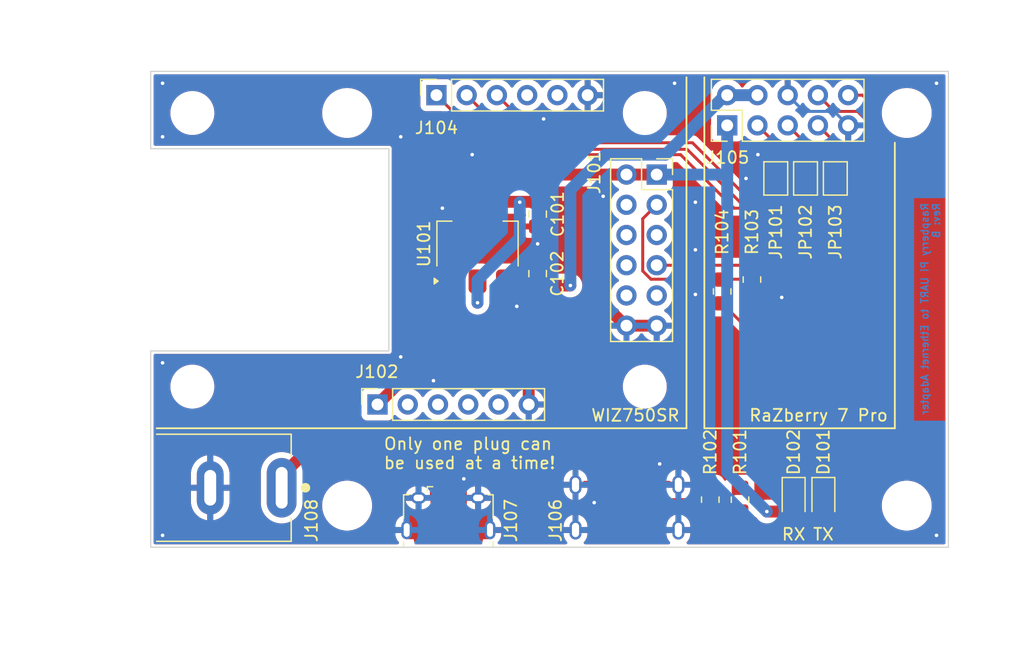
<source format=kicad_pcb>
(kicad_pcb (version 20240108) (generator "pcbnew") (generator_version "8.0")
  (title_block (title "Raspberry Pi UART to Ethernet Adapter") (date "2024-03-15") (rev "B") (company "ElektroNik Zoller") (comment 1 "Nikolai Zoller") (comment 4 "CERN-OHL-P"))
  (layers (0 "F.Cu" signal) (31 "B.Cu" signal) (34 "B.Paste" user) (35 "F.Paste" user) (36 "B.SilkS" user "B.Silkscreen") (37 "F.SilkS" user "F.Silkscreen") (38 "B.Mask" user) (39 "F.Mask" user) (44 "Edge.Cuts" user))
  (net 0 "")
  (net 1 "+3V3")
  (net 2 "GND")
  (net 3 "+5V")
  (net 4 "/RXD")
  (net 5 "/nReset")
  (net 6 "/RTS")
  (net 7 "/DTR")
  (net 8 "/TXD")
  (net 9 "/DSR")
  (net 10 "/CTS")
  (net 11 "/SEL")
  (net 12 "/BOOT")
  (net 13 "/RXD2")
  (net 14 "/TXD2")
  (net 15 "/RSTN")
  (net 16 "/GPIO_D")
  (net 17 "/GPIO_C")
  (net 18 "/GPIO_B")
  (net 19 "/GPIO_A")
  (net 20 "/APP_BT")
  (net 21 "/GPIO_2")
  (net 22 "/GPIO_3")
  (net 23 "/GPIO_4")
  (net 24 "Net-(J106-CC1)")
  (net 25 "Net-(J106-CC2)")
  (net 29 "Net-(D101-K)")
  (net 30 "Net-(D102-K)")
  (footprint "MountingHole:MountingHole_2.7mm_M2.5_DIN965" (layer "F.Cu") (at 161.5 96.5)
    (property "Reference" "H103" (hide yes))
    (property "Value" "MountingHole" (hide yes))
    (pad "" np_thru_hole circle (at 0 0) (size 2.7 2.7) (drill 2.7) (layers "*.Cu" "*.Mask"))
  )
  (footprint "Resistor_SMD:R_0805_2012Metric_Pad1.20x1.40mm_HandSolder" (layer "F.Cu") (at 169.5 106 -90)
    (property "Reference" "R101" (at -4 0 90) (layer "F.SilkS"))
    (property "Value" "5.1k" (hide yes))
    (fp_line (start -0.227064 0.735) (end 0.227064 0.735) (stroke (width 0.12)) (layer "F.SilkS"))
    (fp_line (start -0.227064 -0.735) (end 0.227064 -0.735) (stroke (width 0.12)) (layer "F.SilkS"))
    (pad "1" smd roundrect (at -1 0 270) (size 1.2 1.4) (layers "F.Cu" "F.Paste" "F.Mask") (roundrect_rratio 0.208333) (net 24 "Net-(J106-CC1)"))
    (pad "2" smd roundrect (at 1 0 270) (size 1.2 1.4) (layers "F.Cu" "F.Paste" "F.Mask") (roundrect_rratio 0.208333) (net 2 "GND"))
  )
  (footprint "Resistor_SMD:R_0805_2012Metric_Pad1.20x1.40mm_HandSolder" (layer "F.Cu") (at 168 88.5 90)
    (property "Reference" "R104" (at 5 0 90) (layer "F.SilkS"))
    (property "Value" "470R" (hide yes))
    (fp_line (start -0.227064 -0.735) (end 0.227064 -0.735) (stroke (width 0.12)) (layer "F.SilkS"))
    (fp_line (start -0.227064 0.735) (end 0.227064 0.735) (stroke (width 0.12)) (layer "F.SilkS"))
    (pad "1" smd roundrect (at -1 0 90) (size 1.2 1.4) (layers "F.Cu" "F.Paste" "F.Mask") (roundrect_rratio 0.208333) (net 30 "Net-(D102-K)"))
    (pad "2" smd roundrect (at 1 0 90) (size 1.2 1.4) (layers "F.Cu" "F.Paste" "F.Mask") (roundrect_rratio 0.208333) (net 4 "/RXD"))
  )
  (footprint "LED_SMD:LED_0805_2012Metric_Pad1.15x1.40mm_HandSolder" (layer "F.Cu") (at 174 106 -90)
    (property "Reference" "D102" (at -4 0 90) (layer "F.SilkS"))
    (property "Value" "GN" (hide yes))
    (fp_line (start -1.86 0.96) (end 1 0.96) (stroke (width 0.12)) (layer "F.SilkS"))
    (fp_line (start -1.86 -0.96) (end -1.86 0.96) (stroke (width 0.12)) (layer "F.SilkS"))
    (fp_line (start 1 -0.96) (end -1.86 -0.96) (stroke (width 0.12)) (layer "F.SilkS"))
    (pad "1" smd roundrect (at -1.025 0 270) (size 1.15 1.4) (layers "F.Cu" "F.Paste" "F.Mask") (roundrect_rratio 0.217391) (net 30 "Net-(D102-K)"))
    (pad "2" smd roundrect (at 1.025 0 270) (size 1.15 1.4) (layers "F.Cu" "F.Paste" "F.Mask") (roundrect_rratio 0.217391) (net 1 "+3V3"))
  )
  (footprint "Resistor_SMD:R_0805_2012Metric_Pad1.20x1.40mm_HandSolder" (layer "F.Cu") (at 170.5 87.5 90)
    (property "Reference" "R103" (at 4 0 90) (layer "F.SilkS"))
    (property "Value" "470R" (hide yes))
    (fp_line (start -0.227064 -0.735) (end 0.227064 -0.735) (stroke (width 0.12)) (layer "F.SilkS"))
    (fp_line (start -0.227064 0.735) (end 0.227064 0.735) (stroke (width 0.12)) (layer "F.SilkS"))
    (pad "1" smd roundrect (at -1 0 90) (size 1.2 1.4) (layers "F.Cu" "F.Paste" "F.Mask") (roundrect_rratio 0.208333) (net 29 "Net-(D101-K)"))
    (pad "2" smd roundrect (at 1 0 90) (size 1.2 1.4) (layers "F.Cu" "F.Paste" "F.Mask") (roundrect_rratio 0.208333) (net 8 "/TXD"))
  )
  (footprint "MountingHole:MountingHole_2.7mm_M2.5_DIN965" (layer "F.Cu") (at 123.5 96.5)
    (property "Reference" "H104" (hide yes))
    (property "Value" "MountingHole" (hide yes))
    (pad "" np_thru_hole circle (at 0 0) (size 2.7 2.7) (drill 2.7) (layers "*.Cu" "*.Mask"))
  )
  (footprint "Connector_PinHeader_2.54mm:PinHeader_2x05_P2.54mm_Vertical" (layer "F.Cu") (at 168.42 74.54 90)
    (property "Reference" "J105" (at -2.71 0.04 180) (layer "F.SilkS"))
    (property "Value" "Conn_02x05_Odd_Even" (hide yes))
    (fp_line (start 3.87 -1.33) (end 3.87 11.49) (stroke (width 0.12)) (layer "F.SilkS"))
    (fp_line (start 1.27 -1.33) (end 3.87 -1.33) (stroke (width 0.12)) (layer "F.SilkS"))
    (fp_line (start -1.33 -1.33) (end 0 -1.33) (stroke (width 0.12)) (layer "F.SilkS"))
    (fp_line (start -1.33 0) (end -1.33 -1.33) (stroke (width 0.12)) (layer "F.SilkS"))
    (fp_line (start 1.27 1.27) (end 1.27 -1.33) (stroke (width 0.12)) (layer "F.SilkS"))
    (fp_line (start -1.33 1.27) (end 1.27 1.27) (stroke (width 0.12)) (layer "F.SilkS"))
    (fp_line (start -1.33 1.27) (end -1.33 11.49) (stroke (width 0.12)) (layer "F.SilkS"))
    (fp_line (start -1.33 11.49) (end 3.87 11.49) (stroke (width 0.12)) (layer "F.SilkS"))
    (pad "1" thru_hole rect (at 0 0 90) (size 1.7 1.7) (drill 1) (layers "*.Cu" "*.Mask") (net 1 "+3V3"))
    (pad "2" thru_hole oval (at 2.54 0 90) (size 1.7 1.7) (drill 1) (layers "*.Cu" "*.Mask") (net 3 "+5V"))
    (pad "3" thru_hole oval (at 0 2.54 90) (size 1.7 1.7) (drill 1) (layers "*.Cu" "*.Mask") (net 21 "/GPIO_2"))
    (pad "4" thru_hole oval (at 2.54 2.54 90) (size 1.7 1.7) (drill 1) (layers "*.Cu" "*.Mask") (net 3 "+5V"))
    (pad "5" thru_hole oval (at 0 5.08 90) (size 1.7 1.7) (drill 1) (layers "*.Cu" "*.Mask") (net 22 "/GPIO_3"))
    (pad "6" thru_hole oval (at 2.54 5.08 90) (size 1.7 1.7) (drill 1) (layers "*.Cu" "*.Mask") (net 2 "GND"))
    (pad "7" thru_hole oval (at 0 7.62 90) (size 1.7 1.7) (drill 1) (layers "*.Cu" "*.Mask") (net 23 "/GPIO_4"))
    (pad "8" thru_hole oval (at 2.54 7.62 90) (size 1.7 1.7) (drill 1) (layers "*.Cu" "*.Mask") (net 8 "/TXD"))
    (pad "9" thru_hole oval (at 0 10.16 90) (size 1.7 1.7) (drill 1) (layers "*.Cu" "*.Mask") (net 2 "GND"))
    (pad "10" thru_hole oval (at 2.54 10.16 90) (size 1.7 1.7) (drill 1) (layers "*.Cu" "*.Mask") (net 4 "/RXD"))
  )
  (footprint "MountingHole:MountingHole_3.2mm_M3_DIN965" (layer "F.Cu") (at 183.5 73.5)
    (property "Reference" "H106" (hide yes))
    (property "Value" "MountingHole" (hide yes))
    (pad "" np_thru_hole circle (at 0 0) (size 3.2 3.2) (drill 3.2) (layers "*.Cu" "*.Mask"))
  )
  (footprint "Capacitor_SMD:C_0805_2012Metric_Pad1.18x1.45mm_HandSolder" (layer "F.Cu") (at 152.5 82 -90)
    (property "Reference" "C101" (at 0 -1.68 90) (layer "F.SilkS"))
    (property "Value" "100µF" (hide yes))
    (fp_line (start -0.261252 0.735) (end 0.261252 0.735) (stroke (width 0.12)) (layer "F.SilkS"))
    (fp_line (start -0.261252 -0.735) (end 0.261252 -0.735) (stroke (width 0.12)) (layer "F.SilkS"))
    (pad "1" smd roundrect (at -1.0375 0 270) (size 1.175 1.45) (layers "F.Cu" "F.Paste" "F.Mask") (roundrect_rratio 0.212766) (net 1 "+3V3"))
    (pad "2" smd roundrect (at 1.0375 0 270) (size 1.175 1.45) (layers "F.Cu" "F.Paste" "F.Mask") (roundrect_rratio 0.212766) (net 2 "GND"))
  )
  (footprint "Capacitor_SMD:C_0805_2012Metric_Pad1.18x1.45mm_HandSolder" (layer "F.Cu") (at 152.5 87 90)
    (property "Reference" "C102" (at 0 1.65 90) (layer "F.SilkS"))
    (property "Value" "10µF" (hide yes))
    (fp_line (start -0.261252 -0.735) (end 0.261252 -0.735) (stroke (width 0.12)) (layer "F.SilkS"))
    (fp_line (start -0.261252 0.735) (end 0.261252 0.735) (stroke (width 0.12)) (layer "F.SilkS"))
    (pad "1" smd roundrect (at -1.0375 0 90) (size 1.175 1.45) (layers "F.Cu" "F.Paste" "F.Mask") (roundrect_rratio 0.212766) (net 3 "+5V"))
    (pad "2" smd roundrect (at 1.0375 0 90) (size 1.175 1.45) (layers "F.Cu" "F.Paste" "F.Mask") (roundrect_rratio 0.212766) (net 2 "GND"))
  )
  (footprint "Connector_USB:USB_Micro-B_Amphenol_10118194_Horizontal" (layer "F.Cu") (at 145 107.25)
    (property "Reference" "J107" (at 5.25 0.5 90) (layer "F.SilkS"))
    (property "Value" "USB_B_Micro" (hide yes))
    (fp_line (start -3.76 -1.66) (end -3.34 -1.66) (stroke (width 0.12)) (layer "F.SilkS"))
    (fp_line (start -3.76 0.32) (end -3.76 -1.66) (stroke (width 0.12)) (layer "F.SilkS"))
    (fp_line (start -3.76 2.69) (end -3.76 2.29) (stroke (width 0.12)) (layer "F.SilkS"))
    (fp_line (start -1.76 -1.89) (end -1.76 -2.34) (stroke (width 0.12)) (layer "F.SilkS"))
    (fp_line (start -1.31 -2.34) (end -1.76 -2.34) (stroke (width 0.12)) (layer "F.SilkS"))
    (fp_line (start 3.76 -1.66) (end 3.34 -1.66) (stroke (width 0.12)) (layer "F.SilkS"))
    (fp_line (start 3.76 0.32) (end 3.76 -1.66) (stroke (width 0.12)) (layer "F.SilkS"))
    (fp_line (start 3.76 2.29) (end 3.76 2.69) (stroke (width 0.12)) (layer "F.SilkS"))
    (pad "1" smd rect (at -1.3 -1.4) (size 0.4 1.35) (layers "F.Cu" "F.Paste" "F.Mask") (net 3 "+5V"))
    (pad "2" smd rect (at -0.65 -1.4) (size 0.4 1.35) (layers "F.Cu" "F.Paste" "F.Mask"))
    (pad "3" smd rect (at 0 -1.4) (size 0.4 1.35) (layers "F.Cu" "F.Paste" "F.Mask"))
    (pad "4" smd rect (at 0.65 -1.4) (size 0.4 1.35) (layers "F.Cu" "F.Paste" "F.Mask"))
    (pad "5" smd rect (at 1.3 -1.4) (size 0.4 1.35) (layers "F.Cu" "F.Paste" "F.Mask") (net 2 "GND"))
    (pad "6" thru_hole oval (at -3.5 1.3) (size 0.89 1.55) (drill oval 0.5 1.15) (layers "*.Cu" "*.Mask") (net 2 "GND"))
    (pad "6" smd rect (at -2.9 1.3) (size 1.2 1.55) (layers "F.Cu" "F.Paste" "F.Mask") (net 2 "GND"))
    (pad "6" thru_hole oval (at -2.5 -1.4) (size 1.25 0.95) (drill oval 0.85 0.55) (layers "*.Cu" "*.Mask") (net 2 "GND"))
    (pad "6" smd rect (at -1 1.3) (size 1.5 1.55) (layers "F.Cu" "F.Paste" "F.Mask") (net 2 "GND"))
    (pad "6" smd rect (at 1 1.3) (size 1.5 1.55) (layers "F.Cu" "F.Paste" "F.Mask") (net 2 "GND"))
    (pad "6" thru_hole oval (at 2.5 -1.4) (size 1.25 0.95) (drill oval 0.85 0.55) (layers "*.Cu" "*.Mask") (net 2 "GND"))
    (pad "6" smd rect (at 2.9 1.3) (size 1.2 1.55) (layers "F.Cu" "F.Paste" "F.Mask") (net 2 "GND"))
    (pad "6" thru_hole oval (at 3.5 1.3) (size 0.89 1.55) (drill oval 0.5 1.15) (layers "*.Cu" "*.Mask") (net 2 "GND"))
  )
  (footprint "MountingHole:MountingHole_2.7mm_M2.5_DIN965" (layer "F.Cu") (at 123.5 73.5)
    (property "Reference" "H101" (hide yes))
    (property "Value" "MountingHole" (hide yes))
    (pad "" np_thru_hole circle (at 0 0) (size 2.7 2.7) (drill 2.7) (layers "*.Cu" "*.Mask"))
  )
  (footprint "Connector_User:CUI_PJ-037A_Board-Edge" (layer "F.Cu") (at 131 105 180)
    (property "Reference" "J108" (at -2.5 -2.75 -90) (layer "F.SilkS") (effects (font (size 1.000913 1.000913))))
    (property "Value" "Barrel_Jack" (hide yes))
    (fp_line (start 10.5 4.5) (end -0.8 4.5) (stroke (width 0.127)) (layer "F.SilkS"))
    (fp_line (start -0.8 4.5) (end -0.8 2.65) (stroke (width 0.127)) (layer "F.SilkS"))
    (fp_line (start -0.8 -2.55) (end -0.8 -4.5) (stroke (width 0.127)) (layer "F.SilkS"))
    (fp_line (start -0.8 -4.5) (end 10.5 -4.5) (stroke (width 0.127)) (layer "F.SilkS"))
    (fp_circle (center -2 0) (end -1.8 0) (stroke (width 0.4)) (fill none) (layer "F.SilkS"))
    (pad "1" thru_hole oval (at 0 0 180) (size 2.5 5) (drill oval 1 3.5) (layers "*.Cu" "*.Mask") (net 3 "+5V"))
    (pad "2" thru_hole oval (at 6 0 180) (size 2.25 4.5) (drill oval 1 3) (layers "*.Cu" "*.Mask") (net 2 "GND"))
  )
  (footprint "Jumper:SolderJumper-2_P1.3mm_Open_TrianglePad1.0x1.5mm" (layer "F.Cu") (at 177.5 79 90)
    (property "Reference" "JP103" (at -4.5 0 90) (layer "F.SilkS"))
    (property "Value" "SolderJumper_2_Open" (hide yes))
    (fp_line (start 1.4 -1) (end 1.4 1) (stroke (width 0.12)) (layer "F.SilkS"))
    (fp_line (start -1.4 -1) (end 1.4 -1) (stroke (width 0.12)) (layer "F.SilkS"))
    (fp_line (start 1.4 1) (end -1.4 1) (stroke (width 0.12)) (layer "F.SilkS"))
    (fp_line (start -1.4 1) (end -1.4 -1) (stroke (width 0.12)) (layer "F.SilkS"))
    (pad "1" smd custom (at -0.725 0 90) (size 0.3 0.3) (layers "F.Cu" "F.Mask") (net 16 "/GPIO_D") (options (clearance outline) (anchor rect)) (primitives (gr_poly (pts (xy 1 0) (xy 0.5 0.75) (xy -0.5 0.75) (xy -0.5 -0.75) (xy 0.5 -0.75)) (width 0) (fill yes))))
    (pad "2" smd custom (at 0.725 0 90) (size 0.3 0.3) (layers "F.Cu" "F.Mask") (net 23 "/GPIO_4") (options (clearance outline) (anchor rect)) (primitives (gr_poly (pts (xy 0.5 0.75) (xy -0.65 0.75) (xy -0.15 0) (xy -0.65 -0.75) (xy 0.5 -0.75)) (width 0) (fill yes))))
  )
  (footprint "Connector_PinSocket_2.54mm:PinSocket_1x06_P2.54mm_Vertical" (layer "F.Cu") (at 139.05 98 90)
    (property "Reference" "J102" (at 2.75 -0.05 180) (layer "F.SilkS"))
    (property "Value" "Conn_01x06" (hide yes))
    (fp_line (start 1.33 -1.33) (end 1.33 0) (stroke (width 0.12)) (layer "F.SilkS"))
    (fp_line (start 0 -1.33) (end 1.33 -1.33) (stroke (width 0.12)) (layer "F.SilkS"))
    (fp_line (start 1.33 1.27) (end 1.33 14.03) (stroke (width 0.12)) (layer "F.SilkS"))
    (fp_line (start -1.33 1.27) (end 1.33 1.27) (stroke (width 0.12)) (layer "F.SilkS"))
    (fp_line (start -1.33 1.27) (end -1.33 14.03) (stroke (width 0.12)) (layer "F.SilkS"))
    (fp_line (start -1.33 14.03) (end 1.33 14.03) (stroke (width 0.12)) (layer "F.SilkS"))
    (pad "1" thru_hole rect (at 0 0 90) (size 1.7 1.7) (drill 1) (layers "*.Cu" "*.Mask") (net 1 "+3V3"))
    (pad "2" thru_hole oval (at 0 2.54 90) (size 1.7 1.7) (drill 1) (layers "*.Cu" "*.Mask") (net 12 "/BOOT"))
    (pad "3" thru_hole oval (at 0 5.08 90) (size 1.7 1.7) (drill 1) (layers "*.Cu" "*.Mask") (net 13 "/RXD2"))
    (pad "4" thru_hole oval (at 0 7.62 90) (size 1.7 1.7) (drill 1) (layers "*.Cu" "*.Mask") (net 14 "/TXD2"))
    (pad "5" thru_hole oval (at 0 10.16 90) (size 1.7 1.7) (drill 1) (layers "*.Cu" "*.Mask") (net 15 "/RSTN"))
    (pad "6" thru_hole oval (at 0 12.7 90) (size 1.7 1.7) (drill 1) (layers "*.Cu" "*.Mask") (net 2 "GND"))
  )
  (footprint "Connector_PinSocket_2.54mm:PinSocket_2x06_P2.54mm_Vertical" (layer "F.Cu") (at 162.5 78.675)
    (property "Reference" "J101" (at -5.25 -0.175 90) (layer "F.SilkS"))
    (property "Value" "Conn_02x06_Odd_Even" (hide yes))
    (fp_line (start -3.87 -1.33) (end -3.87 14.03) (stroke (width 0.12)) (layer "F.SilkS"))
    (fp_line (start -3.87 -1.33) (end -1.27 -1.33) (stroke (width 0.12)) (layer "F.SilkS"))
    (fp_line (start -3.87 14.03) (end 1.33 14.03) (stroke (width 0.12)) (layer "F.SilkS"))
    (fp_line (start -1.27 -1.33) (end -1.27 1.27) (stroke (width 0.12)) (layer "F.SilkS"))
    (fp_line (start -1.27 1.27) (end 1.33 1.27) (stroke (width 0.12)) (layer "F.SilkS"))
    (fp_line (start 0 -1.33) (end 1.33 -1.33) (stroke (width 0.12)) (layer "F.SilkS"))
    (fp_line (start 1.33 -1.33) (end 1.33 0) (stroke (width 0.12)) (layer "F.SilkS"))
    (fp_line (start 1.33 1.27) (end 1.33 14.03) (stroke (width 0.12)) (layer "F.SilkS"))
    (pad "1" thru_hole rect (at 0 0) (size 1.7 1.7) (drill 1) (layers "*.Cu" "*.Mask") (net 1 "+3V3"))
    (pad "2" thru_hole oval (at -2.54 0) (size 1.7 1.7) (drill 1) (layers "*.Cu" "*.Mask") (net 1 "+3V3"))
    (pad "3" thru_hole oval (at 0 2.54) (size 1.7 1.7) (drill 1) (layers "*.Cu" "*.Mask") (net 4 "/RXD"))
    (pad "4" thru_hole oval (at -2.54 2.54) (size 1.7 1.7) (drill 1) (layers "*.Cu" "*.Mask") (net 5 "/nReset"))
    (pad "5" thru_hole oval (at 0 5.08) (size 1.7 1.7) (drill 1) (layers "*.Cu" "*.Mask") (net 6 "/RTS"))
    (pad "6" thru_hole oval (at -2.54 5.08) (size 1.7 1.7) (drill 1) (layers "*.Cu" "*.Mask") (net 7 "/DTR"))
    (pad "7" thru_hole oval (at 0 7.62) (size 1.7 1.7) (drill 1) (layers "*.Cu" "*.Mask") (net 8 "/TXD"))
    (pad "8" thru_hole oval (at -2.54 7.62) (size 1.7 1.7) (drill 1) (layers "*.Cu" "*.Mask") (net 9 "/DSR"))
    (pad "9" thru_hole oval (at 0 10.16) (size 1.7 1.7) (drill 1) (layers "*.Cu" "*.Mask") (net 10 "/CTS"))
    (pad "10" thru_hole oval (at -2.54 10.16) (size 1.7 1.7) (drill 1) (layers "*.Cu" "*.Mask") (net 11 "/SEL"))
    (pad "11" thru_hole oval (at 0 12.7) (size 1.7 1.7) (drill 1) (layers "*.Cu" "*.Mask") (net 2 "GND"))
    (pad "12" thru_hole oval (at -2.54 12.7) (size 1.7 1.7) (drill 1) (layers "*.Cu" "*.Mask") (net 2 "GND"))
  )
  (footprint "MountingHole:MountingHole_3.2mm_M3_DIN965" (layer "F.Cu") (at 136.5 106.5)
    (property "Reference" "H108" (hide yes))
    (property "Value" "MountingHole" (hide yes))
    (pad "" np_thru_hole circle (at 0 0) (size 3.2 3.2) (drill 3.2) (layers "*.Cu" "*.Mask"))
  )
  (footprint "Resistor_SMD:R_0805_2012Metric_Pad1.20x1.40mm_HandSolder" (layer "F.Cu") (at 167 106 -90)
    (property "Reference" "R102" (at -4 0 90) (layer "F.SilkS"))
    (property "Value" "5.1k" (hide yes))
    (fp_line (start -0.227064 0.735) (end 0.227064 0.735) (stroke (width 0.12)) (layer "F.SilkS"))
    (fp_line (start -0.227064 -0.735) (end 0.227064 -0.735) (stroke (width 0.12)) (layer "F.SilkS"))
    (pad "1" smd roundrect (at -1 0 270) (size 1.2 1.4) (layers "F.Cu" "F.Paste" "F.Mask") (roundrect_rratio 0.208333) (net 25 "Net-(J106-CC2)"))
    (pad "2" smd roundrect (at 1 0 270) (size 1.2 1.4) (layers "F.Cu" "F.Paste" "F.Mask") (roundrect_rratio 0.208333) (net 2 "GND"))
  )
  (footprint "Jumper:SolderJumper-2_P1.3mm_Open_TrianglePad1.0x1.5mm" (layer "F.Cu") (at 172.5 79 90)
    (property "Reference" "JP101" (at -4.5 0 90) (layer "F.SilkS"))
    (property "Value" "SolderJumper_2_Open" (hide yes))
    (fp_line (start 1.4 -1) (end 1.4 1) (stroke (width 0.12)) (layer "F.SilkS"))
    (fp_line (start -1.4 -1) (end 1.4 -1) (stroke (width 0.12)) (layer "F.SilkS"))
    (fp_line (start 1.4 1) (end -1.4 1) (stroke (width 0.12)) (layer "F.SilkS"))
    (fp_line (start -1.4 1) (end -1.4 -1) (stroke (width 0.12)) (layer "F.SilkS"))
    (pad "1" smd custom (at -0.725 0 90) (size 0.3 0.3) (layers "F.Cu" "F.Mask") (net 18 "/GPIO_B") (options (clearance outline) (anchor rect)) (primitives (gr_poly (pts (xy 1 0) (xy 0.5 0.75) (xy -0.5 0.75) (xy -0.5 -0.75) (xy 0.5 -0.75)) (width 0) (fill yes))))
    (pad "2" smd custom (at 0.725 0 90) (size 0.3 0.3) (layers "F.Cu" "F.Mask") (net 21 "/GPIO_2") (options (clearance outline) (anchor rect)) (primitives (gr_poly (pts (xy 0.5 0.75) (xy -0.65 0.75) (xy -0.15 0) (xy -0.65 -0.75) (xy 0.5 -0.75)) (width 0) (fill yes))))
  )
  (footprint "Jumper:SolderJumper-2_P1.3mm_Open_TrianglePad1.0x1.5mm" (layer "F.Cu") (at 175 79 90)
    (property "Reference" "JP102" (at -4.5 0 90) (layer "F.SilkS"))
    (property "Value" "SolderJumper_2_Open" (hide yes))
    (fp_line (start 1.4 -1) (end 1.4 1) (stroke (width 0.12)) (layer "F.SilkS"))
    (fp_line (start -1.4 -1) (end 1.4 -1) (stroke (width 0.12)) (layer "F.SilkS"))
    (fp_line (start 1.4 1) (end -1.4 1) (stroke (width 0.12)) (layer "F.SilkS"))
    (fp_line (start -1.4 1) (end -1.4 -1) (stroke (width 0.12)) (layer "F.SilkS"))
    (pad "1" smd custom (at -0.725 0 90) (size 0.3 0.3) (layers "F.Cu" "F.Mask") (net 17 "/GPIO_C") (options (clearance outline) (anchor rect)) (primitives (gr_poly (pts (xy 1 0) (xy 0.5 0.75) (xy -0.5 0.75) (xy -0.5 -0.75) (xy 0.5 -0.75)) (width 0) (fill yes))))
    (pad "2" smd custom (at 0.725 0 90) (size 0.3 0.3) (layers "F.Cu" "F.Mask") (net 22 "/GPIO_3") (options (clearance outline) (anchor rect)) (primitives (gr_poly (pts (xy 0.5 0.75) (xy -0.65 0.75) (xy -0.15 0) (xy -0.65 -0.75) (xy 0.5 -0.75)) (width 0) (fill yes))))
  )
  (footprint "Package_TO_SOT_SMD:SOT-223-3_TabPin2" (layer "F.Cu") (at 147.45 84.5 90)
    (property "Reference" "U101" (at 0 -4.5 90) (layer "F.SilkS"))
    (property "Value" "TLV1117-33" (hide yes))
    (fp_line (start 1.91 -3.41) (end 1.91 -2.15) (stroke (width 0.12)) (layer "F.SilkS"))
    (fp_line (start -1.85 -3.41) (end 1.91 -3.41) (stroke (width 0.12)) (layer "F.SilkS"))
    (fp_line (start 1.91 3.41) (end 1.91 2.15) (stroke (width 0.12)) (layer "F.SilkS"))
    (fp_line (start -1.85 3.41) (end 1.91 3.41) (stroke (width 0.12)) (layer "F.SilkS"))
    (fp_poly (pts (xy -3.13 -3.31) (xy -3.37 -3.64) (xy -2.89 -3.64) (xy -3.13 -3.31)) (stroke (width 0.12)) (fill solid) (layer "F.SilkS"))
    (pad "1" smd roundrect (at -3.15 -2.3 90) (size 2 1.5) (layers "F.Cu" "F.Paste" "F.Mask") (net 2 "GND"))
    (pad "2" smd roundrect (at -3.15 0 90) (size 2 1.5) (layers "F.Cu" "F.Paste" "F.Mask") (net 1 "+3V3"))
    (pad "2" smd roundrect (at 3.15 0 90) (size 2 3.8) (layers "F.Cu" "F.Paste" "F.Mask") (net 1 "+3V3"))
    (pad "3" smd roundrect (at -3.15 2.3 90) (size 2 1.5) (layers "F.Cu" "F.Paste" "F.Mask") (net 3 "+5V"))
  )
  (footprint "LED_SMD:LED_0805_2012Metric_Pad1.15x1.40mm_HandSolder" (layer "F.Cu") (at 176.5 106 -90)
    (property "Reference" "D101" (at -4 0 90) (layer "F.SilkS"))
    (property "Value" "GN" (hide yes))
    (fp_line (start -1.86 0.96) (end 1 0.96) (stroke (width 0.12)) (layer "F.SilkS"))
    (fp_line (start -1.86 -0.96) (end -1.86 0.96) (stroke (width 0.12)) (layer "F.SilkS"))
    (fp_line (start 1 -0.96) (end -1.86 -0.96) (stroke (width 0.12)) (layer "F.SilkS"))
    (pad "1" smd roundrect (at -1.025 0 270) (size 1.15 1.4) (layers "F.Cu" "F.Paste" "F.Mask") (roundrect_rratio 0.217391) (net 29 "Net-(D101-K)"))
    (pad "2" smd roundrect (at 1.025 0 270) (size 1.15 1.4) (layers "F.Cu" "F.Paste" "F.Mask") (roundrect_rratio 0.217391) (net 1 "+3V3"))
  )
  (footprint "MountingHole:MountingHole_3.2mm_M3_DIN965" (layer "F.Cu") (at 136.5 73.5)
    (property "Reference" "H105" (hide yes))
    (property "Value" "MountingHole" (hide yes))
    (pad "" np_thru_hole circle (at 0 0) (size 3.2 3.2) (drill 3.2) (layers "*.Cu" "*.Mask"))
  )
  (footprint "MountingHole:MountingHole_3.2mm_M3_DIN965" (layer "F.Cu") (at 183.5 106.5)
    (property "Reference" "H107" (hide yes))
    (property "Value" "MountingHole" (hide yes))
    (pad "" np_thru_hole circle (at 0 0) (size 3.2 3.2) (drill 3.2) (layers "*.Cu" "*.Mask"))
  )
  (footprint "Connector_User:GCT_USB4125-GF-A" (layer "F.Cu") (at 160 107.75)
    (property "Reference" "J106" (at -6 0 90) (layer "F.SilkS"))
    (property "Value" "USB4125-GF-A" (hide yes))
    (pad "A5" smd rect (at -0.5 -3.08) (size 0.7 1.2) (layers "F.Cu" "F.Paste" "F.Mask") (net 24 "Net-(J106-CC1)"))
    (pad "A9" smd rect (at 1.52 -3.08) (size 0.76 1.2) (layers "F.Cu" "F.Paste" "F.Mask") (net 3 "+5V"))
    (pad "A12" smd rect (at 2.75 -3.08) (size 0.8 1.2) (layers "F.Cu" "F.Paste" "F.Mask") (net 2 "GND"))
    (pad "B5" smd rect (at 0.5 -3.08) (size 0.7 1.2) (layers "F.Cu" "F.Paste" "F.Mask") (net 25 "Net-(J106-CC2)"))
    (pad "B9" smd rect (at -1.52 -3.08) (size 0.76 1.2) (layers "F.Cu" "F.Paste" "F.Mask") (net 3 "+5V"))
    (pad "B12" smd rect (at -2.75 -3.08) (size 0.8 1.2) (layers "F.Cu" "F.Paste" "F.Mask") (net 2 "GND"))
    (pad "S1" thru_hole oval (at -4.32 -3) (size 1 1.6) (drill oval 0.6 1.2) (layers "*.Cu" "F.Paste") (net 2 "GND"))
    (pad "S1" thru_hole oval (at -4.32 0.8) (size 1 1.6) (drill oval 0.6 1.2) (layers "*.Cu" "F.Paste") (net 2 "GND"))
    (pad "S1" thru_hole oval (at 4.32 -3) (size 1 1.6) (drill oval 0.6 1.2) (layers "*.Cu" "F.Paste") (net 2 "GND"))
    (pad "S1" thru_hole oval (at 4.32 0.8) (size 1 1.6) (drill oval 0.6 1.2) (layers "*.Cu" "F.Paste") (net 2 "GND"))
  )
  (footprint "Connector_PinSocket_2.54mm:PinSocket_1x06_P2.54mm_Vertical" (layer "F.Cu") (at 144 72 90)
    (property "Reference" "J104" (at -2.75 0 0) (layer "F.SilkS"))
    (property "Value" "Conn_01x06" (hide yes))
    (fp_line (start 1.33 -1.33) (end 1.33 0) (stroke (width 0.12)) (layer "F.SilkS"))
    (fp_line (start 0 -1.33) (end 1.33 -1.33) (stroke (width 0.12)) (layer "F.SilkS"))
    (fp_line (start 1.33 1.27) (end 1.33 14.03) (stroke (width 0.12)) (layer "F.SilkS"))
    (fp_line (start -1.33 1.27) (end 1.33 1.27) (stroke (width 0.12)) (layer "F.SilkS"))
    (fp_line (start -1.33 1.27) (end -1.33 14.03) (stroke (width 0.12)) (layer "F.SilkS"))
    (fp_line (start -1.33 14.03) (end 1.33 14.03) (stroke (width 0.12)) (layer "F.SilkS"))
    (pad "1" thru_hole rect (at 0 0 90) (size 1.7 1.7) (drill 1) (layers "*.Cu" "*.Mask") (net 16 "/GPIO_D"))
    (pad "2" thru_hole oval (at 0 2.54 90) (size 1.7 1.7) (drill 1) (layers "*.Cu" "*.Mask") (net 17 "/GPIO_C"))
    (pad "3" thru_hole oval (at 0 5.08 90) (size 1.7 1.7) (drill 1) (layers "*.Cu" "*.Mask") (net 18 "/GPIO_B"))
    (pad "4" thru_hole oval (at 0 7.62 90) (size 1.7 1.7) (drill 1) (layers "*.Cu" "*.Mask") (net 19 "/GPIO_A"))
    (pad "5" thru_hole oval (at 0 10.16 90) (size 1.7 1.7) (drill 1) (layers "*.Cu" "*.Mask") (net 20 "/APP_BT"))
    (pad "6" thru_hole oval (at 0 12.7 90) (size 1.7 1.7) (drill 1) (layers "*.Cu" "*.Mask") (net 2 "GND"))
  )
  (footprint "MountingHole:MountingHole_2.7mm_M2.5_DIN965" (layer "F.Cu") (at 161.5 73.5)
    (property "Reference" "H102" (hide yes))
    (property "Value" "MountingHole" (hide yes))
    (pad "" np_thru_hole circle (at 0 0) (size 2.7 2.7) (drill 2.7) (layers "*.Cu" "*.Mask"))
  )
  (footprint "Drawings_User:elektronik-emblem_10x11.6_solder" (layer "B.Cu") (at 176.75 90 180)
    (property "Reference" "G***" (hide yes))
    (property "Value" "LOGO" (hide yes))
  )
  (gr_line (start 165 100) (end 120.5 100) (stroke (width 0.15)) (layer "F.SilkS"))
  (gr_line (start 165 70.5) (end 165 100) (stroke (width 0.15)) (layer "F.SilkS"))
  (gr_line (start 166.5 100) (end 182.5 100) (stroke (width 0.15)) (layer "F.SilkS"))
  (gr_line (start 166.5 70.5) (end 166.5 100) (stroke (width 0.15)) (layer "F.SilkS"))
  (gr_line (start 182.5 100) (end 182.5 76) (stroke (width 0.15)) (layer "F.SilkS"))
  (gr_line (start 120 110) (end 120 93.5) (stroke (width 0.1)) (layer "Edge.Cuts"))
  (gr_line (start 140 93.5) (end 140 76.5) (stroke (width 0.1)) (layer "Edge.Cuts"))
  (gr_line (start 140 76.5) (end 120 76.5) (stroke (width 0.1)) (layer "Edge.Cuts"))
  (gr_line (start 187 70) (end 187 110) (stroke (width 0.1)) (layer "Edge.Cuts"))
  (gr_line (start 120 70) (end 187 70) (stroke (width 0.1)) (layer "Edge.Cuts"))
  (gr_line (start 187 110) (end 120 110) (stroke (width 0.1)) (layer "Edge.Cuts"))
  (gr_line (start 120 93.5) (end 140 93.5) (stroke (width 0.1)) (layer "Edge.Cuts"))
  (gr_line (start 120 76.5) (end 120 70) (stroke (width 0.1)) (layer "Edge.Cuts"))
  (gr_text "${TITLE}\nRev: ${REVISION}" (at 185.5 81 90) (layer "B.Cu") (effects (font (size 0.6 0.6) (thickness 0.12) (bold yes)) (justify left mirror)))
  (gr_text "RaZberry 7 Pro" (at 182 99.5 0) (layer "F.SilkS") (effects (font (size 1 1)) (justify right bottom)))
  (gr_text "WIZ750SR" (at 164.5 99.5 0) (layer "F.SilkS") (effects (font (size 1 1)) (justify right bottom)))
  (gr_text "Only one plug can\nbe used at a time!" (at 139.5 103.5 0) (layer "F.SilkS") (effects (font (size 1 1)) (justify left bottom)))
  (gr_text "RX" (at 174 109.5 0) (layer "F.SilkS") (effects (font (size 1 1)) (justify bottom)))
  (gr_text "TX" (at 176.5 109.5 0) (layer "F.SilkS") (effects (font (size 1 1)) (justify bottom)))
  (segment (start 152.5 80.9625) (end 147.8375 80.9625) (width 1) (layer "F.Cu") (net 1))
  (segment (start 152.5 80.9625) (end 152.5 78.675) (width 1) (layer "F.Cu") (net 1))
  (segment (start 147.8375 80.9625) (end 147.45 81.35) (width 1) (layer "F.Cu") (net 1))
  (segment (start 152.5 78.675) (end 162.5 78.675) (width 1) (layer "F.Cu") (net 1))
  (segment (start 147.45 89.45) (end 147.45 87.65) (width 1) (layer "F.Cu") (net 1))
  (segment (start 147.2375 87.8625) (end 147.45 87.65) (width 1) (layer "F.Cu") (net 1))
  (segment (start 152.5 78.675) (end 145.075 78.675) (width 1) (layer "F.Cu") (net 1))
  (segment (start 143 80.75) (end 143 94.05) (width 1) (layer "F.Cu") (net 1))
  (segment (start 145.075 78.675) (end 143 80.75) (width 1) (layer "F.Cu") (net 1))
  (segment (start 171.75 107) (end 176.475 107) (width 1) (layer "F.Cu") (net 1))
  (segment (start 143 94.05) (end 139.05 98) (width 1) (layer "F.Cu") (net 1))
  (segment (start 176.475 107) (end 176.5 107.025) (width 1) (layer "F.Cu") (net 1))
  (via (at 147.45 89.45) (size 0.7) (drill 0.3) (layers "F.Cu" "B.Cu") (net 1))
  (via (at 171.75 107) (size 0.7) (drill 0.3) (layers "F.Cu" "B.Cu") (net 1))
  (via (at 151 81) (size 0.7) (drill 0.3) (layers "F.Cu" "B.Cu") (net 1))
  (segment (start 168.42 103.67) (end 168.42 78.675) (width 1) (layer "B.Cu") (net 1))
  (segment (start 171.75 107) (end 168.42 103.67) (width 1) (layer "B.Cu") (net 1))
  (segment (start 147.45 87.55) (end 147.45 89.45) (width 1) (layer "B.Cu") (net 1))
  (segment (start 168.42 78.675) (end 168.42 74.54) (width 1) (layer "B.Cu") (net 1))
  (segment (start 151 81) (end 151 84) (width 1) (layer "B.Cu") (net 1))
  (segment (start 162.5 78.675) (end 168.42 78.675) (width 1) (layer "B.Cu") (net 1))
  (segment (start 151 84) (end 147.45 87.55) (width 1) (layer "B.Cu") (net 1))
  (segment (start 151.75 96.25) (end 151.75 98) (width 1) (layer "F.Cu") (net 2))
  (segment (start 167 107) (end 169.5 107) (width 0.5) (layer "F.Cu") (net 2))
  (segment (start 159.875 91.375) (end 162.5 91.375) (width 1) (layer "F.Cu") (net 2))
  (segment (start 146.3 84.5) (end 152.5 84.5) (width 1) (layer "F.Cu") (net 2))
  (segment (start 162.75 103) (end 162.75 104.67) (width 0.5) (layer "F.Cu") (net 2))
  (segment (start 158 89.5) (end 159.875 91.375) (width 1) (layer "F.Cu") (net 2))
  (segment (start 146.3 108.25) (end 146 108.55) (width 0.5) (layer "F.Cu") (net 2))
  (segment (start 145.15 87.65) (end 145.15 85.65) (width 1) (layer "F.Cu") (net 2))
  (segment (start 157.25 106.25) (end 157.25 104.67) (width 0.5) (layer "F.Cu") (net 2))
  (segment (start 152.5 84.5) (end 156.5 84.5) (width 1) (layer "F.Cu") (net 2))
  (segment (start 145.15 89.65) (end 151.75 96.25) (width 1) (layer "F.Cu") (net 2))
  (segment (start 146.3 105.85) (end 146.3 104.25) (width 0.5) (layer "F.Cu") (net 2))
  (segment (start 156.5 84.5) (end 158 86) (width 1) (layer "F.Cu") (net 2))
  (segment (start 158 86) (end 158 89.5) (width 1) (layer "F.Cu") (net 2))
  (segment (start 152.5 84.5) (end 152.5 85.9625) (width 1) (layer "F.Cu") (net 2))
  (segment (start 145.15 87.65) (end 145.15 89.65) (width 1) (layer "F.Cu") (net 2))
  (segment (start 145.1625 87.6625) (end 145.15 87.65) (width 1) (layer "F.Cu") (net 2))
  (segment (start 152.5 84.5) (end 152.5 83.0375) (width 1) (layer "F.Cu") (net 2))
  (segment (start 146.3 105.85) (end 146.3 108.25) (width 0.5) (layer "F.Cu") (net 2))
  (segment (start 145.15 85.65) (end 146.3 84.5) (width 1) (layer "F.Cu") (net 2))
  (via (at 173 89) (size 0.7) (drill 0.3) (layers "F.Cu" "B.Cu") (net 2))
  (via (at 146.3 104.25) (size 0.7) (drill 0.3) (layers "F.Cu" "B.Cu") (net 2))
  (via (at 144.5 81.5) (size 0.7) (drill 0.3) (layers "F.Cu" "B.Cu") (net 2))
  (via (at 171 77) (size 0.7) (drill 0.3) (layers "F.Cu" "B.Cu") (net 2))
  (via (at 186 109) (size 0.7) (drill 0.3) (layers "F.Cu" "B.Cu") (net 2))
  (via (at 170 79) (size 0.7) (drill 0.3) (layers "F.Cu" "B.Cu") (net 2))
  (via (at 147 77) (size 0.7) (drill 0.3) (layers "F.Cu" "B.Cu") (net 2))
  (via (at 121 71) (size 0.7) (drill 0.3) (layers "F.Cu" "B.Cu") (net 2))
  (via (at 186 71) (size 0.7) (drill 0.3) (layers "F.Cu" "B.Cu") (net 2))
  (via (at 121 94.5) (size 0.7) (drill 0.3) (layers "F.Cu" "B.Cu") (net 2))
  (via (at 153 74) (size 0.7) (drill 0.3) (layers "F.Cu" "B.Cu") (net 2))
  (via (at 165.75 81) (size 0.7) (drill 0.3) (layers "F.Cu" "B.Cu") (net 2))
  (via (at 162.75 103) (size 0.7) (drill 0.3) (layers "F.Cu" "B.Cu") (net 2))
  (via (at 121 109) (size 0.7) (drill 0.3) (layers "F.Cu" "B.Cu") (net 2))
  (via (at 165.75 88.75) (size 0.7) (drill 0.3) (layers "F.Cu" "B.Cu") (net 2))
  (via (at 121 75.5) (size 0.7) (drill 0.3) (layers "F.Cu" "B.Cu") (net 2))
  (via (at 164 71) (size 0.7) (drill 0.3) (layers "F.Cu" "B.Cu") (net 2))
  (via (at 141 94) (size 0.7) (drill 0.3) (layers "F.Cu" "B.Cu") (net 2))
  (via (at 152.5 84.5) (size 0.7) (drill 0.3) (layers "F.Cu" "B.Cu") (net 2))
  (via (at 165.75 85) (size 0.7) (drill 0.3) (layers "F.Cu" "B.Cu") (net 2))
  (via (at 141 75.5) (size 0.7) (drill 0.3) (layers "F.Cu" "B.Cu") (net 2))
  (via (at 158 80.5) (size 0.7) (drill 0.3) (layers "F.Cu" "B.Cu") (net 2))
  (via (at 157.25 106.25) (size 0.7) (drill 0.3) (layers "F.Cu" "B.Cu") (net 2))
  (via (at 143.75 96) (size 0.7) (drill 0.3) (layers "F.Cu" "B.Cu") (net 2))
  (via (at 150.75 89.75) (size 0.7) (drill 0.3) (layers "F.Cu" "B.Cu") (net 2))
  (segment (start 173.5 72) (end 174.865 73.365) (width 0.25) (layer "B.Cu") (net 2))
  (segment (start 174.865 73.365) (end 177.405 73.365) (width 0.25) (layer "B.Cu") (net 2))
  (segment (start 177.405 73.365) (end 178.58 74.54) (width 0.25) (layer "B.Cu") (net 2))
  (segment (start 154.5 92) (end 152.5 90) (width 1) (layer "F.Cu") (net 3))
  (segment (start 154.5 102) (end 158.5 102) (width 1) (layer "F.Cu") (net 3))
  (segment (start 150.1375 88.0375) (end 149.75 87.65) (width 1) (layer "F.Cu") (net 3))
  (segment (start 144 102) (end 144.5 102) (width 1) (layer "F.Cu") (net 3))
  (segment (start 131 105) (end 131 104) (width 1) (layer "F.Cu") (net 3))
  (segment (start 131 104) (end 133 102) (width 1) (layer "F.Cu") (net 3))
  (segment (start 154.5 102) (end 154.5 92) (width 1) (layer "F.Cu") (net 3))
  (segment (start 143.7 102.3) (end 144 102) (width 0.5) (layer "F.Cu") (net 3))
  (segment (start 158.5 102) (end 161.5 102) (width 1) (layer "F.Cu") (net 3))
  (segment (start 133 102) (end 144 102) (width 1) (layer "F.Cu") (net 3))
  (segment (start 152.5 90) (end 152.5 88.0375) (width 1) (layer "F.Cu") (net 3))
  (segment (start 143.7 105.85) (end 143.7 102.3) (width 0.5) (layer "F.Cu") (net 3))
  (segment (start 144.35 102.15) (end 144.5 102) (width 0.5) (layer "F.Cu") (net 3))
  (segment (start 158.48 104.67) (end 158.48 102.02) (width 0.5) (layer "F.Cu") (net 3))
  (segment (start 161.52 102.02) (end 161.5 102) (width 1) (layer "F.Cu") (net 3))
  (segment (start 158.48 102.02) (end 158.5 102) (width 1) (layer "F.Cu") (net 3))
  (segment (start 161.52 104.67) (end 161.52 102.02) (width 0.5) (layer "F.Cu") (net 3))
  (segment (start 144.5 102) (end 154.5 102) (width 1) (layer "F.Cu") (net 3))
  (segment (start 152.5375 88) (end 152.5 88.0375) (width 1) (layer "F.Cu") (net 3))
  (segment (start 152.5 88.0375) (end 150.1375 88.0375) (width 1) (layer "F.Cu") (net 3))
  (segment (start 155.25 88) (end 152.5375 88) (width 1) (layer "F.Cu") (net 3))
  (via (at 155.25 88) (size 0.7) (drill 0.3) (layers "F.Cu" "B.Cu") (net 3))
  (segment (start 170.96 72) (end 168.42 72) (width 1) (layer "B.Cu") (net 3))
  (segment (start 168.25 72) (end 163.25 77) (width 1) (layer "B.Cu") (net 3))
  (segment (start 158.19913 77) (end 155.25 79.94913) (width 1) (layer "B.Cu") (net 3))
  (segment (start 163.25 77) (end 158.19913 77) (width 1) (layer "B.Cu") (net 3))
  (segment (start 168.42 72) (end 168.25 72) (width 1) (layer "B.Cu") (net 3))
  (segment (start 155.25 79.94913) (end 155.25 88) (width 1) (layer "B.Cu") (net 3))
  (segment (start 162.013299 87.47) (end 167.97 87.47) (width 0.25) (layer "F.Cu") (net 4))
  (segment (start 161.325 82.39) (end 161.325 86.781701) (width 0.25) (layer "F.Cu") (net 4))
  (segment (start 167.97 87.47) (end 168 87.5) (width 0.25) (layer "F.Cu") (net 4))
  (segment (start 174.53 87.47) (end 168.03 87.47) (width 0.25) (layer "F.Cu") (net 4))
  (segment (start 179.782081 72) (end 180.5 72.717919) (width 0.25) (layer "F.Cu") (net 4))
  (segment (start 180.5 81.5) (end 174.53 87.47) (width 0.25) (layer "F.Cu") (net 4))
  (segment (start 161.325 86.781701) (end 162.013299 87.47) (width 0.25) (layer "F.Cu") (net 4))
  (segment (start 162.5 81.215) (end 161.325 82.39) (width 0.25) (layer "F.Cu") (net 4))
  (segment (start 168.03 87.47) (end 168 87.5) (width 0.25) (layer "F.Cu") (net 4))
  (segment (start 180.5 72.717919) (end 180.5 81.5) (width 0.25) (layer "F.Cu") (net 4))
  (segment (start 178.58 72) (end 179.782081 72) (width 0.25) (layer "F.Cu") (net 4))
  (segment (start 180 74) (end 179.365 73.365) (width 0.25) (layer "F.Cu") (net 8))
  (segment (start 162.5 86.295) (end 170.295 86.295) (width 0.25) (layer "F.Cu") (net 8))
  (segment (start 170.5 86.5) (end 174.5 86.5) (width 0.25) (layer "F.Cu") (net 8))
  (segment (start 174.5 86.5) (end 180 81) (width 0.25) (layer "F.Cu") (net 8))
  (segment (start 170.295 86.295) (end 170.5 86.5) (width 0.25) (layer "F.Cu") (net 8))
  (segment (start 179.365 73.365) (end 177.405 73.365) (width 0.25) (layer "F.Cu") (net 8))
  (segment (start 180 81) (end 180 74) (width 0.25) (layer "F.Cu") (net 8))
  (segment (start 177.405 73.365) (end 176.04 72) (width 0.25) (layer "F.Cu") (net 8))
  (segment (start 176.5 81.5) (end 169 81.5) (width 0.25) (layer "F.Cu") (net 16))
  (segment (start 149 77) (end 144 72) (width 0.25) (layer "F.Cu") (net 16))
  (segment (start 169 81.5) (end 164.5 77) (width 0.25) (layer "F.Cu") (net 16))
  (segment (start 177.5 79.725) (end 177.5 80.5) (width 0.25) (layer "F.Cu") (net 16))
  (segment (start 177.5 80.5) (end 176.5 81.5) (width 0.25) (layer "F.Cu") (net 16))
  (segment (start 164.5 77) (end 149 77) (width 0.25) (layer "F.Cu") (net 16))
  (segment (start 174.5 81) (end 169.5 81) (width 0.25) (layer "F.Cu") (net 17))
  (segment (start 151.09 76.55) (end 146.54 72) (width 0.25) (layer "F.Cu") (net 17))
  (segment (start 175 79.725) (end 175 80.5) (width 0.25) (layer "F.Cu") (net 17))
  (segment (start 175 80.5) (end 174.5 81) (width 0.25) (layer "F.Cu") (net 17))
  (segment (start 165.05 76.55) (end 151.09 76.55) (width 0.25) (layer "F.Cu") (net 17))
  (segment (start 169.5 81) (end 165.05 76.55) (width 0.25) (layer "F.Cu") (net 17))
  (segment (start 165.5 76) (end 169.5 80) (width 0.25) (layer "F.Cu") (net 18))
  (segment (start 172.225 80) (end 172.5 79.725) (width 0.25) (layer "F.Cu") (net 18))
  (segment (start 169.5 80) (end 172.225 80) (width 0.25) (layer "F.Cu") (net 18))
  (segment (start 149.08 72) (end 153.08 76) (width 0.25) (layer "F.Cu") (net 18))
  (segment (start 153.08 76) (end 165.5 76) (width 0.25) (layer "F.Cu") (net 18))
  (segment (start 172.5 76.08) (end 172.5 78.275) (width 0.25) (layer "F.Cu") (net 21))
  (segment (start 170.96 74.54) (end 172.5 76.08) (width 0.25) (layer "F.Cu") (net 21))
  (segment (start 175 76.04) (end 175 78.275) (width 0.25) (layer "F.Cu") (net 22))
  (segment (start 173.5 74.54) (end 175 76.04) (width 0.25) (layer "F.Cu") (net 22))
  (segment (start 177.5 76) (end 177.5 78.275) (width 0.25) (layer "F.Cu") (net 23))
  (segment (start 176.04 74.54) (end 177.5 76) (width 0.25) (layer "F.Cu") (net 23))
  (segment (start 165.443413 106.5) (end 165.943413 106) (width 0.25) (layer "F.Cu") (net 24))
  (segment (start 159.5 104.67) (end 159.5 105.5) (width 0.25) (layer "F.Cu") (net 24))
  (segment (start 159.5 105.5) (end 160.5 106.5) (width 0.25) (layer "F.Cu") (net 24))
  (segment (start 168.5 106) (end 169.5 105) (width 0.25) (layer "F.Cu") (net 24))
  (segment (start 160.5 106.5) (end 165.443413 106.5) (width 0.25) (layer "F.Cu") (net 24))
  (segment (start 165.943413 106) (end 168.5 106) (width 0.25) (layer "F.Cu") (net 24))
  (segment (start 165 106) (end 166 105) (width 0.25) (layer "F.Cu") (net 25))
  (segment (start 166 105) (end 167 105) (width 0.25) (layer "F.Cu") (net 25))
  (segment (start 160.5 105.75) (end 160.75 106) (width 0.25) (layer "F.Cu") (net 25))
  (segment (start 160.5 104.67) (end 160.5 105.75) (width 0.25) (layer "F.Cu") (net 25))
  (segment (start 160.75 106) (end 165 106) (width 0.25) (layer "F.Cu") (net 25))
  (segment (start 176.5 94.5) (end 176.5 104.975) (width 0.25) (layer "F.Cu") (net 29))
  (segment (start 170.5 88.5) (end 176.5 94.5) (width 0.25) (layer "F.Cu") (net 29))
  (segment (start 168 89.5) (end 174 95.5) (width 0.25) (layer "F.Cu") (net 30))
  (segment (start 174 95.5) (end 174 104.975) (width 0.25) (layer "F.Cu") (net 30))
  (zone (net 2) (net_name "GND") (layer "F.Cu") (priority 1) (connect_pads yes (clearance 0.5)) (min_thickness 0.25) (fill yes (thermal_gap 0.5) (thermal_bridge_width 0.5))
    (polygon (pts (xy 141.5 107) (xy 148.5 107) (xy 147.75 110) (xy 142.25 110)))
  )
  (zone (net 2) (net_name "GND") (layers "F&B.Cu") (connect_pads (clearance 0.5)) (min_thickness 0.25) (fill yes (thermal_gap 0.5) (thermal_bridge_width 0.5))
    (polygon (pts (xy 120 70) (xy 187 70) (xy 187 110) (xy 120 110)))
  )
)
</source>
